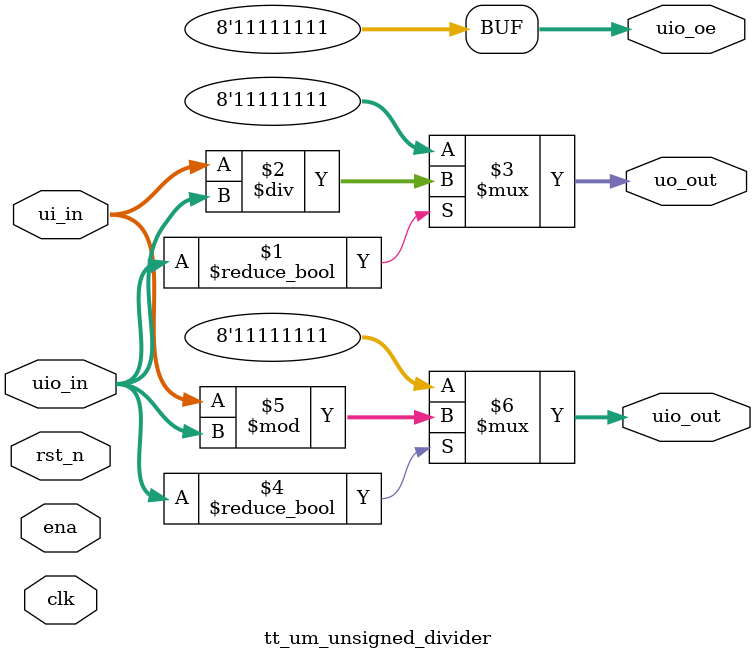
<source format=v>
module tt_um_unsigned_divider (
    input  [7:0] ui_in,    // dividend
    input  [7:0] uio_in,   // divisor

    output [7:0] uo_out,   // quotient
    output [7:0] uio_out,  // remainder
    output [7:0] uio_oe,   // output enable

    input clk,             // unused
    input rst_n,           // unused
    input ena              // unused
);

    // Enable all bits of uio as output
    assign uio_oe = 8'hFF;

    // Simple unsigned division with divide-by-zero protection
    assign uo_out  = (uio_in != 0) ? (ui_in / uio_in) : 8'hFF;
    assign uio_out = (uio_in != 0) ? (ui_in % uio_in) : 8'hFF;

endmodule

</source>
